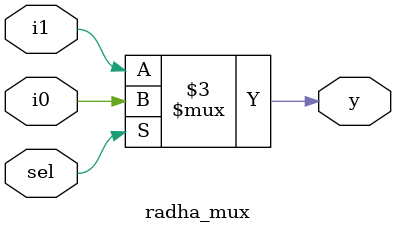
<source format=v>
module radha_mux (input i0 , input i1 , input sel , output reg y);
always @ (*)
begin
	if(sel)
		y <= i0;
	else 
		y <= i1;
end
endmodule
</source>
